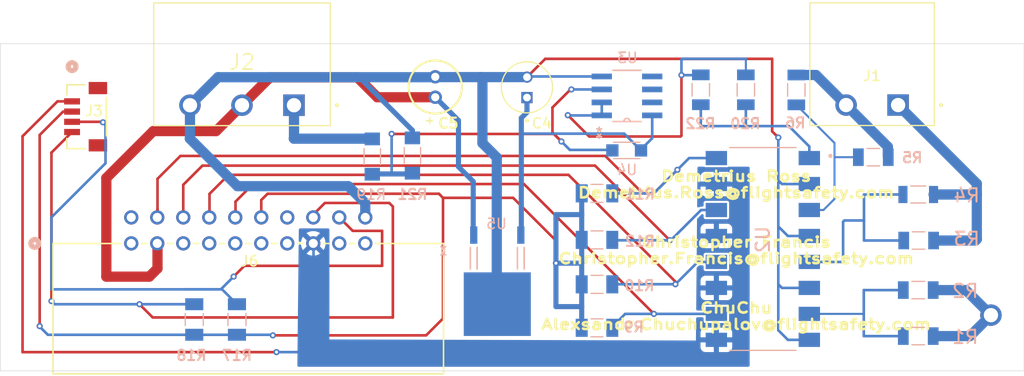
<source format=kicad_pcb>
(kicad_pcb (version 20241229) (generator "pcbnew") (generator_version "9.0")
  (layers (0 "F.Cu" signal) (2 "B.Cu" signal) (13 "F.Paste" user) (15 "B.Paste" user) (5 "F.SilkS" user "F.Silkscreen") (7 "B.SilkS" user "B.Silkscreen") (1 "F.Mask" user) (3 "B.Mask" user) (25 "Edge.Cuts" user))
  (net 0 "")
  (net 1 "sim_home_safe")
  (net 2 "-Vin")
  (net 3 "GPIO_22")
  (net 4 "+VIN-dc")
  (net 5 "+3.3V")
  (net 6 "/ramp_down_opto")
  (net 7 "spare_opto")
  (net 8 "ESP_GND2")
  (net 9 "GPIO_33")
  (net 10 "GPIO_21")
  (net 11 "/sim_home_opto")
  (net 12 "GPIO_26")
  (net 13 "VDD")
  (net 14 "GPIO_25")
  (net 15 "Net-(U3-1IN+)")
  (net 16 "ramp_up_opto")
  (net 17 "ramp_down")
  (net 18 "sim_home")
  (net 19 "ramp_up")
  (net 20 "GPIO_32")
  (net 21 "spare")
  (net 22 "+VIN")
  (net 23 "+VOUT_esp_signal")
  (net 24 "GPIO_ANAG_34")
  (net 26 "GPIO_ANAG_35")
  (net 27 "GPIO_13")
  (net 28 "GPIO_2")
  (net 29 "CLK")
  (net 30 "GPIO_27")
  (net 31 "GPIO_23")
  (footprint "footprints:20_pin_90" (layer "F.Cu") (at 111.0949 88.620851)
    (property "Reference" "J6" (at 11.5551 1.739149 0) (layer "F.SilkS"))
    (property "Value" "20_pin_90")
    (fp_line (start -7.6454 0.013) (end -7.6454 12.763799) (stroke (width 0.1524)) (layer "F.SilkS") (net 24576))
    (fp_line (start -7.6454 12.763799) (end 30.5054 12.763799) (stroke (width 0.1524)) (layer "F.SilkS") (net 24576))
    (fp_line (start -1.031158 0.013) (end -7.6454 0.013) (stroke (width 0.1524)) (layer "F.SilkS") (net 24576))
    (fp_line (start 1.508842 0.013) (end 1.031158 0.013) (stroke (width 0.1524)) (layer "F.SilkS") (net 24576))
    (fp_line (start 4.048842 0.013) (end 3.571158 0.013) (stroke (width 0.1524)) (layer "F.SilkS") (net 24576))
    (fp_line (start 6.588842 0.013) (end 6.111158 0.013) (stroke (width 0.1524)) (layer "F.SilkS") (net 24576))
    (fp_line (start 9.128842 0.013) (end 8.651158 0.013) (stroke (width 0.1524)) (layer "F.SilkS") (net 24576))
    (fp_line (start 11.668842 0.013) (end 11.191158 0.013) (stroke (width 0.1524)) (layer "F.SilkS") (net 24576))
    (fp_line (start 14.208842 0.013) (end 13.731158 0.013) (stroke (width 0.1524)) (layer "F.SilkS") (net 24576))
    (fp_line (start 16.748842 0.013) (end 16.271158 0.013) (stroke (width 0.1524)) (layer "F.SilkS") (net 24576))
    (fp_line (start 19.288842 0.013) (end 18.811158 0.013) (stroke (width 0.1524)) (layer "F.SilkS") (net 24576))
    (fp_line (start 21.828842 0.013) (end 21.351158 0.013) (stroke (width 0.1524)) (layer "F.SilkS") (net 24576))
    (fp_line (start 30.5054 0.013) (end 23.891158 0.013) (stroke (width 0.1524)) (layer "F.SilkS") (net 24576))
    (fp_line (start 30.5054 12.763799) (end 30.5054 0.013) (stroke (width 0.1524)) (layer "F.SilkS") (net 24576))
    (fp_circle (center -9.4234 0) (end -9.0424 0) (stroke (width 0.508)) (fill no) (layer "F.SilkS") (net 24576))
    (fp_circle (center -9.4234 0) (end -9.0424 0) (stroke (width 0.508)) (fill no) (layer "B.SilkS") (net 24576))
    (pad "" np_thru_hole circle (at -5.08 2.54) (size 2.794 2.794) (drill 2.794) (layers "*.Cu" "*.Mask"))
    (pad "" np_thru_hole circle (at 27.94 2.54) (size 2.794 2.794) (drill 2.794) (layers "*.Cu" "*.Mask"))
    (pad "A1" thru_hole circle (at 0 0) (size 1.397 1.397) (drill 0.889) (layers "*.Cu" "*.Mask") (net 22 "+VIN"))
    (pad "A2" thru_hole circle (at 2.54 0) (size 1.397 1.397) (drill 0.889) (layers "*.Cu" "*.Mask") (net 4 "+VIN-dc"))
    (pad "A3" thru_hole circle (at 5.08 0) (size 1.397 1.397) (drill 0.889) (layers "*.Cu" "*.Mask") (net 23 "+VOUT_esp_signal"))
    (pad "A4" thru_hole circle (at 7.62 0) (size 1.397 1.397) (drill 0.889) (layers "*.Cu" "*.Mask") (net 24 "GPIO_ANAG_34"))
    (pad "A5" thru_hole circle (at 10.16 0) (size 1.397 1.397) (drill 0.889) (layers "*.Cu" "*.Mask"))
    (pad "A6" thru_hole circle (at 12.7 0) (size 1.397 1.397) (drill 0.889) (layers "*.Cu" "*.Mask") (net 26 "GPIO_ANAG_35"))
    (pad "A7" thru_hole circle (at 15.24 0) (size 1.397 1.397) (drill 0.889) (layers "*.Cu" "*.Mask") (net 27 "GPIO_13"))
    (pad "A8" thru_hole circle (at 17.78 0) (size 1.397 1.397) (drill 0.889) (layers "*.Cu" "*.Mask") (net 8 "ESP_GND2"))
    (pad "A9" thru_hole circle (at 20.32 0) (size 1.397 1.397) (drill 0.889) (layers "*.Cu" "*.Mask") (net 28 "GPIO_2"))
    (pad "A10" thru_hole circle (at 22.86 0) (size 1.397 1.397) (drill 0.889) (layers "*.Cu" "*.Mask") (net 29 "CLK"))
    (pad "B1" thru_hole circle (at 0 -2.54) (size 1.397 1.397) (drill 0.889) (layers "*.Cu" "*.Mask") (net 30 "GPIO_27"))
    (pad "B2" thru_hole circle (at 2.54 -2.54) (size 1.397 1.397) (drill 0.889) (layers "*.Cu" "*.Mask") (net 12 "GPIO_26"))
    (pad "B3" thru_hole circle (at 5.08 -2.54) (size 1.397 1.397) (drill 0.889) (layers "*.Cu" "*.Mask") (net 14 "GPIO_25"))
    (pad "B4" thru_hole circle (at 7.62 -2.54) (size 1.397 1.397) (drill 0.889) (layers "*.Cu" "*.Mask") (net 9 "GPIO_33"))
    (pad "B5" thru_hole circle (at 10.16 -2.54) (size 1.397 1.397) (drill 0.889) (layers "*.Cu" "*.Mask") (net 20 "GPIO_32"))
    (pad "B6" thru_hole circle (at 12.7 -2.54) (size 1.397 1.397) (drill 0.889) (layers "*.Cu" "*.Mask") (net 5 "+3.3V"))
    (pad "B7" thru_hole circle (at 15.24 -2.54) (size 1.397 1.397) (drill 0.889) (layers "*.Cu" "*.Mask") (net 31 "GPIO_23"))
    (pad "B8" thru_hole circle (at 17.78 -2.54) (size 1.397 1.397) (drill 0.889) (layers "*.Cu" "*.Mask") (net 3 "GPIO_22"))
    (pad "B9" thru_hole circle (at 20.32 -2.54) (size 1.397 1.397) (drill 0.889) (layers "*.Cu" "*.Mask") (net 10 "GPIO_21"))
    (pad "B10" thru_hole circle (at 22.86 -2.54) (size 1.397 1.397) (drill 0.889) (layers "*.Cu" "*.Mask") (net 2 "-Vin"))
  )
  (footprint "" (layer "F.Cu") (at 193.8 73.59)
    (property "Reference" "" (at 0 0 0) (layer "F.SilkS") (effects (font (size 1.27 1.27))))
    (property "Value" "")
    (pad "" np_thru_hole circle (at 0 0) (size 2.794 2.794) (drill 2.794) (layers "*.Cu" "*.Mask"))
  )
  (footprint "" (layer "F.Cu") (at 195.07 95.64)
    (property "Reference" "" (at 0 0 0) (layer "F.SilkS") (effects (font (size 1.27 1.27))))
    (property "Value" "")
    (pad "03" thru_hole circle (at 0 0 180) (size 2.1 2.1) (drill 1.4) (layers "*.Cu" "*.Mask") (net 21 "spare"))
  )
  (footprint "footprints:WCAP-ATG5_5X11_DXL_" (layer "F.Cu") (at 140.79 73.3281 -90)
    (property "Reference" "C5" (at 3.5419 -1.28 180) (layer "F.SilkS") (effects (font (thickness 0.2) (bold yes))))
    (property "Value" "WCAP-ATG5_5X11")
    (fp_circle (center 0 0) (end 2.6 0) (stroke (width 0.2)) (fill no) (layer "F.SilkS") (net 24576))
    (fp_text user "+" (at 3.3 0.6 90) (layer "F.SilkS") (effects (font (size 0.8 0.8))))
    (pad "1" thru_hole circle (at 1 0 270) (size 1.308 1.308) (drill 0.8) (layers "*.Cu" "*.Mask") (net 4 "+VIN-dc"))
    (pad "2" thru_hole circle (at -1 0 270) (size 1.308 1.308) (drill 0.8) (layers "*.Cu" "*.Mask") (net 2 "-Vin"))
  )
  (footprint "footprints:CONN_BM04B-SRSS-TB_SPK" (layer "F.Cu") (at 106.736601 76.230001 -90)
    (property "Reference" "J3" (at -0.56 -0.73 0) (layer "F.SilkS"))
    (property "Value" "JST -SM")
    (fp_line (start -3.1242 1.9304) (end -2.13754 1.9304) (stroke (width 0.1524)) (layer "F.SilkS") (net 24576))
    (fp_line (start 2.13754 1.9304) (end 3.1242 1.9304) (stroke (width 0.1524)) (layer "F.SilkS") (net 24576))
    (fp_line (start 3.1242 1.9304) (end 3.1242 0.131041) (stroke (width 0.1524)) (layer "F.SilkS") (net 24576))
    (fp_line (start -3.1242 0.131041) (end -3.1242 1.9304) (stroke (width 0.1524)) (layer "F.SilkS") (net 24576))
    (fp_line (start 1.870359 -1.9304) (end -1.870359 -1.9304) (stroke (width 0.1524)) (layer "F.SilkS") (net 24576))
    (fp_circle (center -4.9022 1.4216) (end -4.5212 1.4216) (stroke (width 0.508)) (fill no) (layer "F.SilkS") (net 24576))
    (fp_circle (center -4.9022 1.4216) (end -4.5212 1.4216) (stroke (width 0.508)) (fill no) (layer "B.SilkS") (net 24576))
    (pad "1" smd rect (at -1.5 1.4216 270) (size 0.6096 1.5494) (layers "F.Cu" "F.Mask" "F.Paste") (net 8 "ESP_GND2"))
    (pad "2" smd rect (at -0.499999 1.4216 270) (size 0.6096 1.5494) (layers "F.Cu" "F.Mask" "F.Paste") (net 5 "+3.3V"))
    (pad "3" smd rect (at 0.499999 1.4216 270) (size 0.6096 1.5494) (layers "F.Cu" "F.Mask" "F.Paste") (net 10 "GPIO_21"))
    (pad "4" smd rect (at 1.5 1.4216 270) (size 0.6096 1.5494) (layers "F.Cu" "F.Mask" "F.Paste") (net 3 "GPIO_22"))
    (pad "5" smd rect (at -2.799999 -1.103399 270) (size 1.1938 1.8034) (layers "F.Cu" "F.Mask" "F.Paste"))
    (pad "6" smd rect (at 2.799999 -1.103399 270) (size 1.1938 1.8034) (layers "F.Cu" "F.Mask" "F.Paste"))
  )
  (footprint "footprints:PHOENIX_1757255" (layer "F.Cu") (at 130.5325 65.106 180)
    (property "Reference" "J2" (at 8.6125 -5.78 0) (layer "F.SilkS") (effects (font (size 1.5 1.5))))
    (property "Value" "jst-power")
    (fp_line (start 17.24 0) (end 0 0) (stroke (width 0.127)) (layer "F.SilkS") (net 24576))
    (fp_line (start 17.24 -12) (end 17.24 0) (stroke (width 0.127)) (layer "F.SilkS") (net 24576))
    (fp_line (start 17.24 -12) (end 0 -12) (stroke (width 0.127)) (layer "F.SilkS") (net 24576))
    (fp_line (start 0 0) (end 0 -12) (stroke (width 0.127)) (layer "F.SilkS") (net 24576))
    (fp_circle (center -0.65 -10) (end -0.55 -10) (stroke (width 0.2)) (fill no) (layer "F.SilkS") (net 24576))
    (pad "01" thru_hole rect (at 3.54 -10 180) (size 2.1 2.1) (drill 1.4) (layers "*.Cu" "*.Mask") (net 18 "sim_home"))
    (pad "02" thru_hole circle (at 8.62 -10 180) (size 2.1 2.1) (drill 1.4) (layers "*.Cu" "*.Mask") (net 4 "+VIN-dc"))
    (pad "03" thru_hole circle (at 13.7 -10 180) (size 2.1 2.1) (drill 1.4) (layers "*.Cu" "*.Mask") (net 2 "-Vin"))
  )
  (footprint "footprints:PHOENIX_1757242" (layer "F.Cu") (at 189.5425 65.09 180)
    (property "Reference" "J1" (at 6.09 -7.14 0) (layer "F.SilkS"))
    (property "Value" "1757242")
    (fp_line (start 12.16 0) (end 0 0) (stroke (width 0.127)) (layer "F.SilkS") (net 24576))
    (fp_line (start 12.16 -12) (end 12.16 0) (stroke (width 0.127)) (layer "F.SilkS") (net 24576))
    (fp_line (start 12.16 -12) (end 0 -12) (stroke (width 0.127)) (layer "F.SilkS") (net 24576))
    (fp_line (start 0 0) (end 0 -12) (stroke (width 0.127)) (layer "F.SilkS") (net 24576))
    (fp_circle (center -0.65 -10) (end -0.55 -10) (stroke (width 0.2)) (fill no) (layer "F.SilkS") (net 24576))
    (pad "01" thru_hole rect (at 3.54 -10 180) (size 2.1 2.1) (drill 1.4) (layers "*.Cu" "*.Mask") (net 19 "ramp_up"))
    (pad "02" thru_hole circle (at 8.62 -10 180) (size 2.1 2.1) (drill 1.4) (layers "*.Cu" "*.Mask") (net 17 "ramp_down"))
  )
  (footprint "footprints:CAPPRD200W50D500H1100" (layer "F.Cu") (at 149.75 73.3581 90)
    (property "Reference" "C4" (at -3.5119 1.45 180) (layer "F.SilkS"))
    (property "Value" "ECA1HM100")
    (fp_circle (center 0 0) (end 2.5 0) (stroke (width 0.127)) (fill no) (layer "F.SilkS") (net 24576))
    (fp_circle (center -3.25 0) (end -3.15 0) (stroke (width 0.2)) (fill no) (layer "F.SilkS") (net 24576))
    (pad "N" thru_hole circle (at 1 0 90) (size 1.1 1.1) (drill 0.75) (layers "*.Cu" "*.Mask") (net 2 "-Vin"))
    (pad "P" thru_hole rect (at -1 0 90) (size 1.1 1.1) (drill 0.75) (layers "*.Cu" "*.Mask") (net 13 "VDD"))
  )
  (footprint "footprints:RESC3216X75N" (layer "B.Cu") (at 156.59 83.7281 180)
    (property "Reference" "R11" (at -4.19 -0.0779 0) (layer "B.SilkS") (effects (font (thickness 0.2) (bold yes)) (justify mirror)))
    (property "Value" "CR1206-FX-1002ELF")
    (fp_line (start -0.59 0.88) (end 0.59 0.88) (stroke (width 0.127)) (layer "B.SilkS") (net 24576))
    (fp_line (start -0.59 -0.88) (end 0.59 -0.88) (stroke (width 0.127)) (layer "B.SilkS") (net 24576))
    (pad "1" smd rect (at -1.494 0 180) (size 1.17 1.77) (layers "B.Cu" "B.Mask" "B.Paste") (net 12 "GPIO_26"))
    (pad "2" smd rect (at 1.494 0 180) (size 1.17 1.77) (layers "B.Cu" "B.Mask" "B.Paste") (net 5 "+3.3V"))
  )
  (footprint "footprints:RESC3216X75N" (layer "B.Cu") (at 117.25 96.066 90)
    (property "Reference" "R18" (at -3.514 -0.27 180) (layer "B.SilkS") (effects (font (thickness 0.2) (bold yes)) (justify mirror)))
    (property "Value" "CR1206-FX-1002ELF")
    (fp_line (start -0.59 -0.88) (end 0.59 -0.88) (stroke (width 0.127)) (layer "B.SilkS") (net 24576))
    (fp_line (start -0.59 0.88) (end 0.59 0.88) (stroke (width 0.127)) (layer "B.SilkS") (net 24576))
    (pad "1" smd rect (at -1.494 0 90) (size 1.17 1.77) (layers "B.Cu" "B.Mask" "B.Paste") (net 5 "+3.3V"))
    (pad "2" smd rect (at 1.494 0 90) (size 1.17 1.77) (layers "B.Cu" "B.Mask" "B.Paste") (net 3 "GPIO_22"))
  )
  (footprint "footprints:RESC3115X65N" (layer "B.Cu") (at 188.01 88.34 180)
    (property "Reference" "R3" (at -4.69 0.16 0) (layer "B.SilkS") (effects (font (size 1.3 1.3) (thickness 0.2)) (justify mirror)))
    (property "Value" "CRGH1206J4K7")
    (fp_line (start -0.62 0.85) (end 0.62 0.85) (stroke (width 0.127)) (layer "B.SilkS") (net 24576))
    (fp_line (start -0.62 -0.85) (end 0.62 -0.85) (stroke (width 0.127)) (layer "B.SilkS") (net 24576))
    (pad "1" smd rect (at -1.46 0 180) (size 1.05 1.72) (layers "B.Cu" "B.Mask" "B.Paste") (net 19 "ramp_up"))
    (pad "2" smd rect (at 1.46 0 180) (size 1.05 1.72) (layers "B.Cu" "B.Mask" "B.Paste") (net 16 "ramp_up_opto"))
  )
  (footprint "footprints:TO252-3_ROM" (layer "B.Cu") (at 146.85 94.566)
    (property "Reference" "U5" (at -0.07 -7.856 0) (layer "B.SilkS") (effects (justify mirror)))
    (property "Value" "BA&")
    (fp_line (start -2.6302 -3.44424) (end -2.6302 -5.5499) (stroke (width 0.1524)) (layer "B.SilkS") (net 24576))
    (fp_line (start -1.9698 -3.44424) (end -1.9698 -5.5499) (stroke (width 0.1524)) (layer "B.SilkS") (net 24576))
    (fp_line (start 1.9698 -3.44424) (end 1.9698 -5.5499) (stroke (width 0.1524)) (layer "B.SilkS") (net 24576))
    (fp_line (start 2.6302 -3.44424) (end 2.6302 -5.5499) (stroke (width 0.1524)) (layer "B.SilkS") (net 24576))
    (fp_text user "*" (at -5.275001 -5.2264 0) (layer "B.SilkS") (effects (justify mirror)))
    (fp_text user "*" (at -5.275001 -5.2264 180) (layer "B.SilkS") (effects (justify mirror)))
    (pad "1" smd rect (at -2.300001 -6.7564) (size 0.7112 1.7018) (layers "B.Cu" "B.Mask" "B.Paste") (net 4 "+VIN-dc"))
    (pad "2" smd rect (at 0 0) (size 6.5532 6.223) (layers "B.Cu" "B.Mask" "B.Paste") (net 2 "-Vin"))
    (pad "3" smd rect (at 2.300001 -6.7564) (size 0.7112 1.7018) (layers "B.Cu" "B.Mask" "B.Paste") (net 13 "VDD"))
  )
  (footprint "footprints:RESC3115X65N" (layer "B.Cu") (at 176.06 73.61 -90)
    (property "Reference" "R6" (hide yes))
    (property "Value" "CRGH1206J4K7")
    (fp_line (start -0.62 0.85) (end 0.62 0.85) (stroke (width 0.127)) (layer "B.SilkS") (net 24576))
    (fp_line (start -0.62 -0.85) (end 0.62 -0.85) (stroke (width 0.127)) (layer "B.SilkS") (net 24576))
    (pad "1" smd rect (at -1.46 0 270) (size 1.05 1.72) (layers "B.Cu" "B.Mask" "B.Paste") (net 17 "ramp_down"))
    (pad "2" smd rect (at 1.46 0 270) (size 1.05 1.72) (layers "B.Cu" "B.Mask" "B.Paste") (net 6 "/ramp_down_opto"))
  )
  (footprint "footprints:RESC3216X75N" (layer "B.Cu") (at 156.59 88.2781 180)
    (property "Reference" "R12" (at -4.19 -0.1279 0) (layer "B.SilkS") (effects (font (thickness 0.2) (bold yes)) (justify mirror)))
    (property "Value" "CR1206-FX-1002ELF")
    (fp_line (start -0.59 0.88) (end 0.59 0.88) (stroke (width 0.127)) (layer "B.SilkS") (net 24576))
    (fp_line (start -0.59 -0.88) (end 0.59 -0.88) (stroke (width 0.127)) (layer "B.SilkS") (net 24576))
    (pad "1" smd rect (at -1.494 0 180) (size 1.17 1.77) (layers "B.Cu" "B.Mask" "B.Paste") (net 14 "GPIO_25"))
    (pad "2" smd rect (at 1.494 0 180) (size 1.17 1.77) (layers "B.Cu" "B.Mask" "B.Paste") (net 5 "+3.3V"))
  )
  (footprint "footprints:RESC3115X65N" (layer "B.Cu") (at 171.13 73.5981 -90)
    (property "Reference" "R20" (at 3.3079 0.05 180) (layer "B.SilkS") (effects (font (thickness 0.2) (bold yes)) (justify mirror)))
    (property "Value" "CRG1206F470R")
    (fp_line (start -0.62 0.85) (end 0.62 0.85) (stroke (width 0.127)) (layer "B.SilkS") (net 24576))
    (fp_line (start -0.62 -0.85) (end 0.62 -0.85) (stroke (width 0.127)) (layer "B.SilkS") (net 24576))
    (pad "1" smd rect (at -1.46 0 270) (size 1.05 1.72) (layers "B.Cu" "B.Mask" "B.Paste") (net 1 "sim_home_safe"))
    (pad "2" smd rect (at 1.46 0 270) (size 1.05 1.72) (layers "B.Cu" "B.Mask" "B.Paste") (net 11 "/sim_home_opto"))
  )
  (footprint "footprints:RESC3115X65N" (layer "B.Cu") (at 183.58 80.19 180)
    (property "Reference" "R5" (hide yes))
    (property "Value" "CRGH1206J4K7")
    (fp_line (start -0.62 0.85) (end 0.62 0.85) (stroke (width 0.127)) (layer "B.SilkS") (net 24576))
    (fp_line (start -0.62 -0.85) (end 0.62 -0.85) (stroke (width 0.127)) (layer "B.SilkS") (net 24576))
    (pad "1" smd rect (at -1.46 0 180) (size 1.05 1.72) (layers "B.Cu" "B.Mask" "B.Paste") (net 17 "ramp_down"))
    (pad "2" smd rect (at 1.46 0 180) (size 1.05 1.72) (layers "B.Cu" "B.Mask" "B.Paste") (net 6 "/ramp_down_opto"))
  )
  (footprint "footprints:RESC3115X65N" (layer "B.Cu") (at 187.97 93.19 180)
    (property "Reference" "R2" (at -4.59 -0.09 0) (layer "B.SilkS") (effects (font (size 1.3 1.3) (thickness 0.2)) (justify mirror)))
    (property "Value" "CRGH1206J4K7")
    (fp_line (start -0.62 0.85) (end 0.62 0.85) (stroke (width 0.127)) (layer "B.SilkS") (net 24576))
    (fp_line (start -0.62 -0.85) (end 0.62 -0.85) (stroke (width 0.127)) (layer "B.SilkS") (net 24576))
    (pad "1" smd rect (at -1.46 0 180) (size 1.05 1.72) (layers "B.Cu" "B.Mask" "B.Paste") (net 21 "spare"))
    (pad "2" smd rect (at 1.46 0 180) (size 1.05 1.72) (layers "B.Cu" "B.Mask" "B.Paste") (net 7 "spare_opto"))
  )
  (footprint "footprints:RESC3015X65N" (layer "B.Cu") (at 187.97 83.84 180)
    (property "Reference" "R4" (at -4.73 -0.09 0) (layer "B.SilkS") (effects (font (size 1.3 1.3) (thickness 0.2)) (justify mirror)))
    (property "Value" "CRGH1206J4K7")
    (fp_line (start -0.73 0.83) (end 0.73 0.83) (stroke (width 0.127)) (layer "B.SilkS") (net 24576))
    (fp_line (start -0.73 -0.83) (end 0.73 -0.83) (stroke (width 0.127)) (layer "B.SilkS") (net 24576))
    (pad "1" smd rect (at -1.495 0 180) (size 0.89 1.68) (layers "B.Cu" "B.Mask" "B.Paste") (net 19 "ramp_up"))
    (pad "2" smd rect (at 1.495 0 180) (size 0.89 1.68) (layers "B.Cu" "B.Mask" "B.Paste") (net 16 "ramp_up_opto"))
  )
  (footprint "footprints:RESC3115X65N" (layer "B.Cu") (at 187.97 97.69 180)
    (property "Reference" "R1" (at -4.59 -0.09 0) (layer "B.SilkS") (effects (font (size 1.3 1.3) (thickness 0.2)) (justify mirror)))
    (property "Value" "CRGH1206J4K7")
    (fp_line (start -0.62 0.85) (end 0.62 0.85) (stroke (width 0.127)) (layer "B.SilkS") (net 24576))
    (fp_line (start -0.62 -0.85) (end 0.62 -0.85) (stroke (width 0.127)) (layer "B.SilkS") (net 24576))
    (pad "1" smd rect (at -1.46 0 180) (size 1.05 1.72) (layers "B.Cu" "B.Mask" "B.Paste") (net 21 "spare"))
    (pad "2" smd rect (at 1.46 0 180) (size 1.05 1.72) (layers "B.Cu" "B.Mask" "B.Paste") (net 7 "spare_opto"))
  )
  (footprint "footprints:RESC3216X75N" (layer "B.Cu") (at 156.59 96.8781 180)
    (property "Reference" "R9" (at -3.59 0.0721 0) (layer "B.SilkS") (effects (font (thickness 0.2) (bold yes)) (justify mirror)))
    (property "Value" "CR1206-FX-1002ELF")
    (fp_line (start -0.59 0.88) (end 0.59 0.88) (stroke (width 0.127)) (layer "B.SilkS") (net 24576))
    (fp_line (start -0.59 -0.88) (end 0.59 -0.88) (stroke (width 0.127)) (layer "B.SilkS") (net 24576))
    (pad "1" smd rect (at -1.494 0 180) (size 1.17 1.77) (layers "B.Cu" "B.Mask" "B.Paste") (net 20 "GPIO_32"))
    (pad "2" smd rect (at 1.494 0 180) (size 1.17 1.77) (layers "B.Cu" "B.Mask" "B.Paste") (net 5 "+3.3V"))
  )
  (footprint "footprints:D8" (layer "B.Cu") (at 159.52 74.1981)
    (property "Reference" "U3" (at 0.04 -3.7281 0) (layer "B.SilkS") (effects (justify mirror)))
    (property "Value" "TLV272CDR")
    (fp_line (start -1.373653 -2.5019) (end 1.373653 -2.5019) (stroke (width 0.1524)) (layer "B.SilkS") (net 24576))
    (fp_line (start 1.373653 2.5019) (end -1.373653 2.5019) (stroke (width 0.1524)) (layer "B.SilkS") (net 24576))
    (fp_arc (start -0.3048 2.5019) (mid 0 2.1971) (end 0.3048 2.5019) (stroke (width 0.1524)) (layer "B.SilkS") (net 24576))
    (fp_text user "*" (at -2.7178 3.6068 0) (layer "B.SilkS") (effects (justify mirror)))
    (fp_text user "*" (at -2.7178 3.6068 180) (layer "B.SilkS") (effects (justify mirror)))
    (pad "1" smd rect (at -2.4638 1.905) (size 1.9812 0.5588) (layers "B.Cu" "B.Mask" "B.Paste") (net 1 "sim_home_safe"))
    (pad "2" smd rect (at -2.4638 0.635) (size 1.9812 0.5588) (layers "B.Cu" "B.Mask" "B.Paste") (net 1 "sim_home_safe"))
    (pad "3" smd rect (at -2.4638 -0.635) (size 1.9812 0.5588) (layers "B.Cu" "B.Mask" "B.Paste") (net 15 "Net-(U3-1IN+)"))
    (pad "4" smd rect (at -2.4638 -1.905) (size 1.9812 0.5588) (layers "B.Cu" "B.Mask" "B.Paste") (net 2 "-Vin"))
    (pad "5" smd rect (at 2.4638 -1.905) (size 1.9812 0.5588) (layers "B.Cu" "B.Mask" "B.Paste"))
    (pad "6" smd rect (at 2.4638 -0.635) (size 1.9812 0.5588) (layers "B.Cu" "B.Mask" "B.Paste"))
    (pad "7" smd rect (at 2.4638 0.635) (size 1.9812 0.5588) (layers "B.Cu" "B.Mask" "B.Paste"))
    (pad "8" smd rect (at 2.4638 1.905) (size 1.9812 0.5588) (layers "B.Cu" "B.Mask" "B.Paste") (net 13 "VDD"))
  )
  (footprint "footprints:SOIC254P1016X460-16N" (layer "B.Cu") (at 172.79 89.166 180)
    (property "Reference" "U2" (at 0 0.92085 90) (layer "B.SilkS") (effects (font (size 1.3 1.3) (thickness 0.2)) (justify mirror)))
    (property "Value" "LTV-846S")
    (fp_line (start 3.25 -9.92) (end -3.25 -9.92) (stroke (width 0.127)) (layer "B.SilkS") (net 24576))
    (fp_line (start -3.25 9.92) (end 3.25 9.92) (stroke (width 0.127)) (layer "B.SilkS") (net 24576))
    (fp_circle (center -6.6 9.1) (end -6.5 9.1) (stroke (width 0.2)) (fill no) (layer "B.SilkS") (net 24576))
    (pad "1" smd rect (at -4.54 8.89 180) (size 2.09 1.39) (layers "B.Cu" "B.Mask" "B.Paste") (net 11 "/sim_home_opto"))
    (pad "2" smd rect (at -4.54 6.35 180) (size 2.09 1.39) (layers "B.Cu" "B.Mask" "B.Paste") (net 2 "-Vin"))
    (pad "3" smd rect (at -4.54 3.81 180) (size 2.09 1.39) (layers "B.Cu" "B.Mask" "B.Paste") (net 6 "/ramp_down_opto"))
    (pad "4" smd rect (at -4.54 1.27 180) (size 2.09 1.39) (layers "B.Cu" "B.Mask" "B.Paste") (net 2 "-Vin"))
    (pad "5" smd rect (at -4.54 -1.27 180) (size 2.09 1.39) (layers "B.Cu" "B.Mask" "B.Paste") (net 16 "ramp_up_opto"))
    (pad "6" smd rect (at -4.54 -3.81 180) (size 2.09 1.39) (layers "B.Cu" "B.Mask" "B.Paste") (net 2 "-Vin"))
    (pad "7" smd rect (at -4.54 -6.35 180) (size 2.09 1.39) (layers "B.Cu" "B.Mask" "B.Paste") (net 7 "spare_opto"))
    (pad "8" smd rect (at -4.54 -8.89 180) (size 2.09 1.39) (layers "B.Cu" "B.Mask" "B.Paste") (net 2 "-Vin"))
    (pad "9" smd rect (at 4.54 -8.89 180) (size 2.09 1.39) (layers "B.Cu" "B.Mask" "B.Paste") (net 8 "ESP_GND2"))
    (pad "10" smd rect (at 4.54 -6.35 180) (size 2.09 1.39) (layers "B.Cu" "B.Mask" "B.Paste") (net 20 "GPIO_32"))
    (pad "11" smd rect (at 4.54 -3.81 180) (size 2.09 1.39) (layers "B.Cu" "B.Mask" "B.Paste") (net 8 "ESP_GND2"))
    (pad "12" smd rect (at 4.54 -1.27 180) (size 2.09 1.39) (layers "B.Cu" "B.Mask" "B.Paste") (net 9 "GPIO_33"))
    (pad "13" smd rect (at 4.54 1.27 180) (size 2.09 1.39) (layers "B.Cu" "B.Mask" "B.Paste") (net 8 "ESP_GND2"))
    (pad "14" smd rect (at 4.54 3.81 180) (size 2.09 1.39) (layers "B.Cu" "B.Mask" "B.Paste") (net 14 "GPIO_25"))
    (pad "15" smd rect (at 4.54 6.35 180) (size 2.09 1.39) (layers "B.Cu" "B.Mask" "B.Paste") (net 8 "ESP_GND2"))
    (pad "16" smd rect (at 4.54 8.89 180) (size 2.09 1.39) (layers "B.Cu" "B.Mask" "B.Paste") (net 12 "GPIO_26"))
  )
  (footprint "footprints:SOD123F" (layer "B.Cu") (at 159.49 79.5281 180)
    (property "Reference" "U4" (at -0.02 -1.9019 0) (layer "B.SilkS") (effects (justify mirror)))
    (property "Value" "BAT46W")
    (fp_line (start -1.3 0.8) (end 1.3 0.8) (stroke (width 0.127)) (layer "B.SilkS") (net 24576))
    (fp_line (start -1.3 -0.8) (end 1.3 -0.8) (stroke (width 0.127)) (layer "B.SilkS") (net 24576))
    (pad "1" smd rect (at -1.4 0 180) (size 1.2 1.2) (layers "B.Cu" "B.Mask") (net 13 "VDD"))
    (pad "2" smd rect (at 1.4 0 180) (size 1.2 1.2) (layers "B.Cu" "B.Mask") (net 15 "Net-(U3-1IN+)"))
  )
  (footprint "footprints:RES_ERJP08J334V" (layer "B.Cu") (at 138.56 80.0281 -90)
    (property "Reference" "R21" (at 3.8019 0 0) (layer "B.SilkS") (effects (font (thickness 0.2) (bold yes)) (justify mirror)))
    (property "Value" "ERJP08J334V")
    (fp_line (start -0.78 0.8) (end 0.78 0.8) (stroke (width 0.127)) (layer "B.SilkS") (net 24576))
    (fp_line (start -0.78 -0.8) (end 0.78 -0.8) (stroke (width 0.127)) (layer "B.SilkS") (net 24576))
    (pad "1" smd rect (at -1.725 0 270) (size 1.25 1.5) (layers "B.Cu" "B.Mask" "B.Paste") (net 2 "-Vin"))
    (pad "2" smd rect (at 1.725 0 270) (size 1.25 1.5) (layers "B.Cu" "B.Mask" "B.Paste") (net 15 "Net-(U3-1IN+)"))
  )
  (footprint "footprints:RESC3216X75N" (layer "B.Cu") (at 156.59 92.6281 180)
    (property "Reference" "R10" (at -4.14 -0.1279 0) (layer "B.SilkS") (effects (font (thickness 0.2) (bold yes)) (justify mirror)))
    (property "Value" "CR1206-FX-1002ELF")
    (fp_line (start -0.59 0.88) (end 0.59 0.88) (stroke (width 0.127)) (layer "B.SilkS") (net 24576))
    (fp_line (start -0.59 -0.88) (end 0.59 -0.88) (stroke (width 0.127)) (layer "B.SilkS") (net 24576))
    (pad "1" smd rect (at -1.494 0 180) (size 1.17 1.77) (layers "B.Cu" "B.Mask" "B.Paste") (net 9 "GPIO_33"))
    (pad "2" smd rect (at 1.494 0 180) (size 1.17 1.77) (layers "B.Cu" "B.Mask" "B.Paste") (net 5 "+3.3V"))
  )
  (footprint "footprints:RESC3216X75N" (layer "B.Cu") (at 121.42 96.066 90)
    (property "Reference" "R17" (at -3.514 0 180) (layer "B.SilkS") (effects (font (thickness 0.2) (bold yes)) (justify mirror)))
    (property "Value" "CR1206-FX-1002ELF")
    (fp_line (start -0.59 -0.88) (end 0.59 -0.88) (stroke (width 0.127)) (layer "B.SilkS") (net 24576))
    (fp_line (start -0.59 0.88) (end 0.59 0.88) (stroke (width 0.127)) (layer "B.SilkS") (net 24576))
    (pad "1" smd rect (at -1.494 0 90) (size 1.17 1.77) (layers "B.Cu" "B.Mask" "B.Paste") (net 5 "+3.3V"))
    (pad "2" smd rect (at 1.494 0 90) (size 1.17 1.77) (layers "B.Cu" "B.Mask" "B.Paste") (net 10 "GPIO_21"))
  )
  (footprint "footprints:RESC3115X65N" (layer "B.Cu") (at 166.73 73.5981 -90)
    (property "Reference" "R22" (at 3.3079 0.04 180) (layer "B.SilkS") (effects (font (thickness 0.2) (bold yes)) (justify mirror)))
    (property "Value" "CRG1206F470R")
    (fp_line (start -0.62 0.85) (end 0.62 0.85) (stroke (width 0.127)) (layer "B.SilkS") (net 24576))
    (fp_line (start -0.62 -0.85) (end 0.62 -0.85) (stroke (width 0.127)) (layer "B.SilkS") (net 24576))
    (pad "1" smd rect (at -1.46 0 270) (size 1.05 1.72) (layers "B.Cu" "B.Mask" "B.Paste") (net 1 "sim_home_safe"))
    (pad "2" smd rect (at 1.46 0 270) (size 1.05 1.72) (layers "B.Cu" "B.Mask" "B.Paste") (net 11 "/sim_home_opto"))
  )
  (footprint "footprints:RES_ERJP08J105V" (layer "B.Cu") (at 134.64 80.1281 90)
    (property "Reference" "R19" (at -3.7119 -0.11 180) (layer "B.SilkS") (effects (font (thickness 0.16) (bold yes)) (justify mirror)))
    (property "Value" "ERJP08J105V")
    (fp_line (start -0.78 -0.8) (end 0.78 -0.8) (stroke (width 0.127)) (layer "B.SilkS") (net 24576))
    (fp_line (start -0.78 0.8) (end 0.78 0.8) (stroke (width 0.127)) (layer "B.SilkS") (net 24576))
    (pad "1" smd rect (at -1.725 0 90) (size 1.25 1.5) (layers "B.Cu" "B.Mask" "B.Paste") (net 15 "Net-(U3-1IN+)"))
    (pad "2" smd rect (at 1.725 0 90) (size 1.25 1.5) (layers "B.Cu" "B.Mask" "B.Paste") (net 18 "sim_home"))
  )
  (gr_rect (start 98.3 69.09) (end 198.3 101.09) (stroke (width 0.05)) (fill no) (layer "Edge.Cuts"))
  (gr_text "Demetrius Ross\nDemetrius.Ross@flightsafety.com\n\n\nChristopher Francis\nChristopher.Francis@flightsafety.com\n\n\nChuChu\nAlexsandr.Chuchupalov@flightsafety.com" (at 170.19 89.3 0) (layer "F.SilkS") (effects (font (size 1 1.25) (thickness 0.25) (bold yes))))
  (gr_text "R5\n" (at 187.38 80.24 0) (layer "B.SilkS") (effects (font (size 1 1) (thickness 0.2)) (justify mirror)))
  (gr_text "R6\n" (at 175.96 76.84 0) (layer "B.SilkS") (effects (font (size 1 1) (thickness 0.2)) (justify mirror)))
  (segment (start 164.84 72.166) (end 164.84 78.0781) (width 0.254) (layer "F.Cu") (net 1))
  (segment (start 155.8279 78.166) (end 153.74 76.0781) (width 0.254) (layer "F.Cu") (net 1))
  (segment (start 164.7521 78.166) (end 155.8279 78.166) (width 0.254) (layer "F.Cu") (net 1))
  (segment (start 164.84 78.0781) (end 164.7521 78.166) (width 0.254) (layer "F.Cu") (net 1))
  (via (at 164.84 72.166) (size 0.6) (drill 0.3) (layers "F.Cu" "B.Cu") (net 1))
  (via (at 153.74 76.0781) (size 0.6) (drill 0.3) (layers "F.Cu" "B.Cu") (net 1))
  (segment (start 164.84 72.166) (end 164.84 70.646) (width 0.254) (layer "B.Cu") (net 1))
  (segment (start 171.13 72.1381) (end 171.13 70.57) (width 0.2) (layer "B.Cu") (net 1))
  (segment (start 157.0562 76.1031) (end 153.765 76.1031) (width 0.254) (layer "B.Cu") (net 1))
  (segment (start 164.84 70.646) (end 164.916 70.57) (width 0.254) (layer "B.Cu") (net 1))
  (segment (start 166.7021 72.166) (end 166.73 72.1381) (width 0.254) (layer "B.Cu") (net 1))
  (segment (start 153.765 76.1031) (end 153.74 76.0781) (width 0.254) (layer "B.Cu") (net 1))
  (segment (start 164.84 72.166) (end 166.7021 72.166) (width 0.254) (layer "B.Cu") (net 1))
  (segment (start 164.916 70.57) (end 171.13 70.57) (width 0.254) (layer "B.Cu") (net 1))
  (segment (start 157.0562 76.1031) (end 157.0562 74.8331) (width 0.254) (layer "B.Cu") (net 1))
  (segment (start 173.7 77.666) (end 174.3 78.266) (width 0.254) (layer "F.Cu") (net 2))
  (segment (start 149.75 72.3581) (end 151.5381 70.57) (width 0.254) (layer "F.Cu") (net 2))
  (segment (start 151.5381 70.57) (end 173.7 70.57) (width 0.254) (layer "F.Cu") (net 2))
  (segment (start 173.7 70.57) (end 173.7 77.666) (width 0.254) (layer "F.Cu") (net 2))
  (via (at 174.3 78.266) (size 0.6) (drill 0.3) (layers "F.Cu" "B.Cu") (net 2))
  (segment (start 133.9549 84.6809) (end 133.9549 85.7509) (width 1) (layer "B.Cu") (net 2))
  (segment (start 140.8 72.3281) (end 140.83 72.3581) (width 0.254) (layer "B.Cu") (net 2))
  (segment (start 157.0562 72.2931) (end 149.815 72.2931) (width 0.254) (layer "B.Cu") (net 2))
  (segment (start 116.8225 78.3781) (end 121.4704 83.026) (width 1) (layer "B.Cu") (net 2))
  (segment (start 145.4 72.5381) (end 145.22 72.3581) (width 1) (layer "B.Cu") (net 2))
  (segment (start 174.65 82.816) (end 177.33 82.816) (width 0.254) (layer "B.Cu") (net 2))
  (segment (start 121.4704 83.026) (end 132.3 83.026) (width 1) (layer "B.Cu") (net 2))
  (segment (start 175.24 98.056) (end 177.33 98.056) (width 0.254) (layer "B.Cu") (net 2))
  (segment (start 145.36 72.4981) (end 145.22 72.3581) (width 0.254) (layer "B.Cu") (net 2))
  (segment (start 174.3 78.266) (end 174.3 82.466) (width 0.254) (layer "B.Cu") (net 2))
  (segment (start 140.79 72.3281) (end 140.7521 72.366) (width 1) (layer "B.Cu") (net 2))
  (segment (start 174.66 92.976) (end 177.33 92.976) (width 0.254) (layer "B.Cu") (net 2))
  (segment (start 149.815 72.2931) (end 149.75 72.3581) (width 0.254) (layer "B.Cu") (net 2))
  (segment (start 140.79 72.3281) (end 140.8 72.3281) (width 0.254) (layer "B.Cu") (net 2))
  (segment (start 174.3 82.466) (end 174.65 82.816) (width 0.254) (layer "B.Cu") (net 2))
  (segment (start 119.5725 72.366) (end 116.8325 75.106) (width 1) (layer "B.Cu") (net 2))
  (segment (start 138.56 77.5681) (end 133.34 72.3481) (width 0.5) (layer "B.Cu") (net 2))
  (segment (start 175.23 87.896) (end 177.33 87.896) (width 0.254) (layer "B.Cu") (net 2))
  (segment (start 116.8325 75.106) (end 116.8325 78.3681) (width 1) (layer "B.Cu") (net 2))
  (segment (start 145.4 78.816) (end 145.4 72.5381) (width 1) (layer "B.Cu") (net 2))
  (segment (start 138.56 78.3031) (end 138.56 77.5681) (width 0.5) (layer "B.Cu") (net 2))
  (segment (start 174.3 86.966) (end 174.3 92.616) (width 0.254) (layer "B.Cu") (net 2))
  (segment (start 146.85 94.566) (end 146.8 94.516) (width 1) (layer "B.Cu") (net 2))
  (segment (start 174.3 86.966) (end 175.23 87.896) (width 0.254) (layer "B.Cu") (net 2))
  (segment (start 145.22 72.3581) (end 149.75 72.3581) (width 1) (layer "B.Cu") (net 2))
  (segment (start 138.56 78.0031) (end 138.56 78.3031) (width 0.5) (layer "B.Cu") (net 2))
  (segment (start 133.9549 85.7509) (end 133.98 85.776) (width 1) (layer "B.Cu") (net 2))
  (segment (start 146.8 80.216) (end 145.4 78.816) (width 1) (layer "B.Cu") (net 2))
  (segment (start 140.83 72.3581) (end 145.22 72.3581) (width 1) (layer "B.Cu") (net 2))
  (segment (start 174.3 97.116) (end 175.24 98.056) (width 0.254) (layer "B.Cu") (net 2))
  (segment (start 174.3 92.616) (end 174.3 97.116) (width 0.254) (layer "B.Cu") (net 2))
  (segment (start 132.3 83.026) (end 133.9549 84.6809) (width 1) (layer "B.Cu") (net 2))
  (segment (start 174.3 92.616) (end 174.66 92.976) (width 0.254) (layer "B.Cu") (net 2))
  (segment (start 140.7521 72.366) (end 119.5725 72.366) (width 1) (layer "B.Cu") (net 2))
  (segment (start 174.3 82.466) (end 174.3 86.966) (width 0.254) (layer "B.Cu") (net 2))
  (segment (start 116.8325 78.3681) (end 116.8225 78.3781) (width 1) (layer "B.Cu") (net 2))
  (segment (start 146.8 94.516) (end 146.8 80.216) (width 1) (layer "B.Cu") (net 2))
  (segment (start 111.9 94.572) (end 113.194 95.866) (width 0.254) (layer "F.Cu") (net 3))
  (segment (start 136.65 95.866) (end 136.65 85.016) (width 0.254) (layer "F.Cu") (net 3))
  (segment (start 136.3 84.666) (end 130.01 84.666) (width 0.254) (layer "F.Cu") (net 3))
  (segment (start 136.65 85.016) (end 136.3 84.666) (width 0.254) (layer "F.Cu") (net 3))
  (segment (start 113.194 95.866) (end 136.65 95.866) (width 0.254) (layer "F.Cu") (net 3))
  (segment (start 128.8749 85.8011) (end 128.8749 86.080851) (width 0.254) (layer "F.Cu") (net 3))
  (segment (start 130.01 84.666) (end 128.8749 85.8011) (width 0.254) (layer "F.Cu") (net 3))
  (segment (start 103.3 79.745002) (end 105.315001 77.730001) (width 0.254) (layer "F.Cu") (net 3))
  (segment (start 103.3 94.266) (end 103.3 79.745002) (width 0.254) (layer "F.Cu") (net 3))
  (via (at 111.9 94.572) (size 0.6) (drill 0.3) (layers "F.Cu" "B.Cu") (net 3))
  (via (at 103.3 94.266) (size 0.6) (drill 0.3) (layers "F.Cu" "B.Cu") (net 3))
  (segment (start 103.606 94.572) (end 111.9 94.572) (width 0.254) (layer "B.Cu") (net 3))
  (segment (start 103.3 94.266) (end 103.606 94.572) (width 0.254) (layer "B.Cu") (net 3))
  (segment (start 117.25 94.572) (end 111.9 94.572) (width 0.254) (layer "B.Cu") (net 3))
  (segment (start 113.25 77.636) (end 108.66 82.226) (width 1) (layer "F.Cu") (net 4))
  (segment (start 113.66 88.645951) (end 113.6349 88.620851) (width 1) (layer "F.Cu") (net 4))
  (segment (start 121.9125 75.106) (end 119.3825 77.636) (width 1) (layer "F.Cu") (net 4))
  (segment (start 119.3825 77.636) (end 113.25 77.636) (width 1) (layer "F.Cu") (net 4))
  (segment (start 133.19 72.386) (end 135.1321 74.3281) (width 1) (layer "F.Cu") (net 4))
  (segment (start 108.66 82.226) (end 108.66 91.876) (width 1) (layer "F.Cu") (net 4))
  (segment (start 108.66 91.876) (end 112.86 91.876) (width 1) (layer "F.Cu") (net 4))
  (segment (start 124.6325 72.386) (end 133.19 72.386) (width 1) (layer "F.Cu") (net 4))
  (segment (start 135.1321 74.3281) (end 140.79 74.3281) (width 1) (layer "F.Cu") (net 4))
  (segment (start 121.9125 75.106) (end 124.6325 72.386) (width 1) (layer "F.Cu") (net 4))
  (segment (start 112.86 91.876) (end 113.66 91.076) (width 1) (layer "F.Cu") (net 4))
  (segment (start 113.66 91.076) (end 113.66 88.645951) (width 1) (layer "F.Cu") (net 4))
  (segment (start 144.499999 82.565999) (end 144.499999 87.7596) (width 0.5) (layer "B.Cu") (net 4))
  (segment (start 143.059999 81.125999) (end 144.499999 82.565999) (width 0.5) (layer "B.Cu") (net 4))
  (segment (start 140.79 74.3281) (end 143.059999 76.598099) (width 0.5) (layer "B.Cu") (net 4))
  (segment (start 144.499999 87.7596) (end 144.549999 87.8096) (width 0.5) (layer "B.Cu") (net 4))
  (segment (start 143.059999 76.598099) (end 143.059999 81.125999) (width 0.5) (layer "B.Cu") (net 4))
  (segment (start 141.55 84.166) (end 141.15 83.766) (width 0.254) (layer "F.Cu") (net 5))
  (segment (start 141.55 95.966) (end 141.55 84.166) (width 0.254) (layer "F.Cu") (net 5))
  (segment (start 123.7949 85.8011) (end 123.82 85.776) (width 0.254) (layer "F.Cu") (net 5))
  (segment (start 152.58 88.346) (end 148.4 84.166) (width 0.254) (layer "F.Cu") (net 5))
  (segment (start 124.93 97.616) (end 139.9 97.616) (width 0.254) (layer "F.Cu") (net 5))
  (segment (start 148.4 84.166) (end 141.55 84.166) (width 0.254) (layer "F.Cu") (net 5))
  (segment (start 123.7949 86.080851) (end 123.7949 85.8011) (width 0.254) (layer "F.Cu") (net 5))
  (segment (start 102.15 96.716) (end 102.15 78.016602) (width 0.254) (layer "F.Cu") (net 5))
  (segment (start 141.15 83.766) (end 124.41 83.766) (width 0.254) (layer "F.Cu") (net 5))
  (segment (start 152.58 90.556) (end 152.58 88.346) (width 0.254) (layer "F.Cu") (net 5))
  (segment (start 124.41 83.766) (end 123.7949 84.3811) (width 0.254) (layer "F.Cu") (net 5))
  (segment (start 102.15 78.016602) (end 104.4366 75.730002) (width 0.254) (layer "F.Cu") (net 5))
  (segment (start 123.7949 84.3811) (end 123.7949 86.080851) (width 0.254) (layer "F.Cu") (net 5))
  (segment (start 139.9 97.616) (end 141.55 95.966) (width 0.254) (layer "F.Cu") (net 5))
  (segment (start 104.4366 75.730002) (end 105.315001 75.730002) (width 0.254) (layer "F.Cu") (net 5))
  (via (at 102.15 96.716) (size 0.6) (drill 0.3) (layers "F.Cu" "B.Cu") (net 5))
  (via (at 152.58 90.556) (size 0.6) (drill 0.3) (layers "F.Cu" "B.Cu") (net 5))
  (via (at 124.93 97.616) (size 0.6) (drill 0.3) (layers "F.Cu" "B.Cu") (net 5))
  (segment (start 152.58 85.806) (end 155.096 85.806) (width 0.5) (layer "B.Cu") (net 5))
  (segment (start 155.096 88.2781) (end 155.096 85.806) (width 0.5) (layer "B.Cu") (net 5))
  (segment (start 152.58 90.556) (end 152.58 85.806) (width 0.5) (layer "B.Cu") (net 5))
  (segment (start 155.096 96.8781) (end 155.096 94.806) (width 0.5) (layer "B.Cu") (net 5))
  (segment (start 102.15 96.766) (end 102.15 96.716) (width 0.254) (layer "B.Cu") (net 5))
  (segment (start 117.25 97.56) (end 102.944 97.56) (width 0.254) (layer "B.Cu") (net 5))
  (segment (start 155.096 85.806) (end 155.096 83.7281) (width 0.5) (layer "B.Cu") (net 5))
  (segment (start 102.944 97.56) (end 102.5 97.116) (width 0.254) (layer "B.Cu") (net 5))
  (segment (start 152.58 90.556) (end 155.096 90.556) (width 0.5) (layer "B.Cu") (net 5))
  (segment (start 124.93 97.616) (end 124.874 97.56) (width 0.254) (layer "B.Cu") (net 5))
  (segment (start 102.5 97.116) (end 102.15 96.766) (width 0.254) (layer "B.Cu") (net 5))
  (segment (start 155.096 94.806) (end 155.096 92.6281) (width 0.5) (layer "B.Cu") (net 5))
  (segment (start 152.58 94.806) (end 155.096 94.806) (width 0.5) (layer "B.Cu") (net 5))
  (segment (start 155.096 90.556) (end 155.096 88.2781) (width 0.5) (layer "B.Cu") (net 5))
  (segment (start 152.58 90.556) (end 152.58 94.806) (width 0.5) (layer "B.Cu") (net 5))
  (segment (start 155.096 92.6281) (end 155.096 90.556) (width 0.5) (layer "B.Cu") (net 5))
  (segment (start 124.874 97.56) (end 121.42 97.56) (width 0.254) (layer "B.Cu") (net 5))
  (segment (start 121.42 97.56) (end 117.25 97.56) (width 0.254) (layer "B.Cu") (net 5))
  (segment (start 176.06 75.07) (end 179.79 78.8) (width 0.2) (layer "B.Cu") (net 6))
  (segment (start 179.79 84.276) (end 178.71 85.356) (width 0.2) (layer "B.Cu") (net 6))
  (segment (start 182.12 80.19) (end 179.91 80.19) (width 0.2) (layer "B.Cu") (net 6))
  (segment (start 178.71 85.356) (end 177.33 85.356) (width 0.2) (layer "B.Cu") (net 6))
  (segment (start 179.79 78.8) (end 179.79 84.276) (width 0.2) (layer "B.Cu") (net 6))
  (segment (start 182.636 95.516) (end 182.65 95.53) (width 0.2) (layer "B.Cu") (net 7))
  (segment (start 186.51 93.19) (end 182.65 93.19) (width 0.254) (layer "B.Cu") (net 7))
  (segment (start 177.33 95.516) (end 182.636 95.516) (width 0.2) (layer "B.Cu") (net 7))
  (segment (start 182.65 97.69) (end 182.65 95.53) (width 0.254) (layer "B.Cu") (net 7))
  (segment (start 186.51 97.69) (end 182.65 97.69) (width 0.254) (layer "B.Cu") (net 7))
  (segment (start 182.65 93.19) (end 182.65 95.53) (width 0.254) (layer "B.Cu") (net 7))
  (segment (start 125.28 99.256) (end 100.478 99.256) (width 0.254) (layer "F.Cu") (net 8))
  (segment (start 100.478 99.256) (end 100.478 78.138602) (width 0.254) (layer "F.Cu") (net 8))
  (segment (start 100.593301 78.023301) (end 103.886601 74.730001) (width 0.254) (layer "F.Cu") (net 8))
  (segment (start 100.478 78.138602) (end 100.593301 78.023301) (width 0.254) (layer "F.Cu") (net 8))
  (segment (start 103.886601 74.730001) (end 105.315001 74.730001) (width 0.254) (layer "F.Cu") (net 8))
  (via (at 125.28 99.256) (size 0.6) (drill 0.3) (layers "F.Cu" "B.Cu") (net 8))
  (segment (start 128.9 97.716) (end 128.9 88.316) (width 0.254) (layer "B.Cu") (net 8))
  (segment (start 127.36 99.256) (end 128.9 97.716) (width 0.254) (layer "B.Cu") (net 8))
  (segment (start 125.28 99.256) (end 127.36 99.256) (width 0.254) (layer "B.Cu") (net 8))
  (segment (start 164.25 92.366) (end 153.8 81.916) (width 0.254) (layer "F.Cu") (net 9))
  (segment (start 120.6 81.916) (end 118.74 83.776) (width 0.254) (layer "F.Cu") (net 9))
  (segment (start 164.25 92.616) (end 164.25 92.366) (width 0.254) (layer "F.Cu") (net 9))
  (segment (start 153.8 81.916) (end 120.6 81.916) (width 0.254) (layer "F.Cu") (net 9))
  (segment (start 118.74 86.055751) (end 118.7149 86.080851) (width 0.254) (layer "F.Cu") (net 9))
  (segment (start 118.74 83.776) (end 118.74 86.055751) (width 0.254) (layer "F.Cu") (net 9))
  (via (at 164.25 92.616) (size 0.6) (drill 0.3) (layers "F.Cu" "B.Cu") (net 9))
  (segment (start 158.1461 92.616) (end 158.134 92.6281) (width 0.254) (layer "B.Cu") (net 9))
  (segment (start 164.25 92.616) (end 158.1461 92.616) (width 0.254) (layer "B.Cu") (net 9))
  (segment (start 166.43 90.436) (end 164.25 92.616) (width 0.254) (layer "B.Cu") (net 9))
  (segment (start 168.25 90.436) (end 166.43 90.436) (width 0.254) (layer "B.Cu") (net 9))
  (segment (start 108.2866 76.73) (end 108.336601 76.780001) (width 0.254) (layer "F.Cu") (net 10))
  (segment (start 122.15 90.816) (end 135.6 90.816) (width 0.254) (layer "F.Cu") (net 10))
  (segment (start 121.1 91.866) (end 122.15 90.816) (width 0.254) (layer "F.Cu") (net 10))
  (segment (start 135.6 87.396) (end 132.730049 87.396) (width 0.254) (layer "F.Cu") (net 10))
  (segment (start 132.730049 87.396) (end 131.4149 86.080851) (width 0.254) (layer "F.Cu") (net 10))
  (segment (start 135.6 90.816) (end 135.6 87.396) (width 0.254) (layer "F.Cu") (net 10))
  (segment (start 105.315001 76.73) (end 108.2866 76.73) (width 0.254) (layer "F.Cu") (net 10))
  (via (at 121.1 91.866) (size 0.6) (drill 0.3) (layers "F.Cu" "B.Cu") (net 10))
  (via (at 108.336601 76.780001) (size 0.6) (drill 0.3) (layers "F.Cu" "B.Cu") (net 10))
  (segment (start 116.3 93.116) (end 119.964 93.116) (width 0.254) (layer "B.Cu") (net 10))
  (segment (start 108.581 80.785) (end 108.581 77.0244) (width 0.254) (layer "B.Cu") (net 10))
  (segment (start 119.85 93.116) (end 121.1 91.866) (width 0.254) (layer "B.Cu") (net 10))
  (segment (start 108.581 77.0244) (end 108.336601 76.780001) (width 0.254) (layer "B.Cu") (net 10))
  (segment (start 116.3 93.116) (end 103.3 93.116) (width 0.254) (layer "B.Cu") (net 10))
  (segment (start 116.3 93.116) (end 119.85 93.116) (width 0.254) (layer "B.Cu") (net 10))
  (segment (start 103.3 86.066) (end 108.581 80.785) (width 0.254) (layer "B.Cu") (net 10))
  (segment (start 119.964 93.116) (end 121.42 94.572) (width 0.254) (layer "B.Cu") (net 10))
  (segment (start 103.3 93.116) (end 103.3 86.066) (width 0.254) (layer "B.Cu") (net 10))
  (segment (start 171.14 77.1481) (end 175.3321 77.1481) (width 0.254) (layer "B.Cu") (net 11))
  (segment (start 166.73 75.0581) (end 166.73 77.1481) (width 0.254) (layer "B.Cu") (net 11))
  (segment (start 170.02 77.1481) (end 171.14 77.1481) (width 0.254) (layer "B.Cu") (net 11))
  (segment (start 171.13 75.0581) (end 171.13 77.1381) (width 0.254) (layer "B.Cu") (net 11))
  (segment (start 171.13 77.1381) (end 171.14 77.1481) (width 0.254) (layer "B.Cu") (net 11))
  (segment (start 177.33 79.146) (end 177.33 80.276) (width 0.254) (layer "B.Cu") (net 11))
  (segment (start 175.3321 77.1481) (end 177.33 79.146) (width 0.254) (layer "B.Cu") (net 11))
  (segment (start 166.73 77.1481) (end 170.02 77.1481) (width 0.254) (layer "B.Cu") (net 11))
  (segment (start 161.0621 83.7281) (end 157.4 80.066) (width 0.254) (layer "F.Cu") (net 12))
  (segment (start 115.9 80.066) (end 113.66 82.306) (width 0.254) (layer "F.Cu") (net 12))
  (segment (start 157.4 80.066) (end 115.9 80.066) (width 0.254) (layer "F.Cu") (net 12))
  (segment (start 162.1379 83.7281) (end 161.0621 83.7281) (width 0.254) (layer "F.Cu") (net 12))
  (segment (start 113.66 82.306) (end 113.66 85.27) (width 0.254) (layer "F.Cu") (net 12))
  (segment (start 113.6349 86.080851) (end 113.6349 85.2951) (width 0.2) (layer "F.Cu") (net 12))
  (segment (start 113.6349 85.2951) (end 113.66 85.27) (width 0.2) (layer "F.Cu") (net 12))
  (segment (start 164.445 81.421) (end 162.1379 83.7281) (width 0.254) (layer "F.Cu") (net 12))
  (segment (start 113.66 85.27) (end 113.66 85.776) (width 0.254) (layer "F.Cu") (net 12))
  (via (at 164.445 81.421) (size 0.6) (drill 0.3) (layers "F.Cu" "B.Cu") (net 12))
  (segment (start 162.1379 83.7281) (end 158.084 83.7281) (width 0.254) (layer "B.Cu") (net 12))
  (segment (start 164.445 81.421) (end 165.59 80.276) (width 0.254) (layer "B.Cu") (net 12))
  (segment (start 165.59 80.276) (end 168.25 80.276) (width 0.254) (layer "B.Cu") (net 12))
  (segment (start 164.445 81.421) (end 162.1379 83.7281) (width 0.254) (layer "B.Cu") (net 12))
  (segment (start 149.2 87.759601) (end 149.150001 87.8096) (width 0.5) (layer "B.Cu") (net 13))
  (segment (start 149.2 77.8896) (end 149.2 76.349601) (width 0.5) (layer "B.Cu") (net 13))
  (segment (start 160.89 79.5281) (end 160.89 79.4281) (width 0.254) (layer "B.Cu") (net 13))
  (segment (start 159.2515 77.8896) (end 160.89 79.5281) (width 0.254) (layer "B.Cu") (net 13))
  (segment (start 149.2 77.8896) (end 149.2 87.759601) (width 0.5) (layer "B.Cu") (net 13))
  (segment (start 149.2 76.349601) (end 149.75 75.799601) (width 0.5) (layer "B.Cu") (net 13))
  (segment (start 149.2 77.8896) (end 159.2515 77.8896) (width 0.254) (layer "B.Cu") (net 13))
  (segment (start 160.89 79.4281) (end 161.9838 78.3343) (width 0.254) (layer "B.Cu") (net 13))
  (segment (start 149.75 75.799601) (end 149.75 74.3581) (width 0.5) (layer "B.Cu") (net 13))
  (segment (start 161.9838 78.3343) (end 161.9838 76.1031) (width 0.254) (layer "B.Cu") (net 13))
  (segment (start 116.1749 86.080851) (end 116.1749 85.56) (width 0.2) (layer "F.Cu") (net 14))
  (segment (start 116.1749 82.8911) (end 116.1749 85.56) (width 0.254) (layer "F.Cu") (net 14))
  (segment (start 156.4 81.016) (end 118.05 81.016) (width 0.254) (layer "F.Cu") (net 14))
  (segment (start 163.7 88.316) (end 156.4 81.016) (width 0.254) (layer "F.Cu") (net 14))
  (segment (start 116.1749 85.7509) (end 116.2 85.776) (width 0.254) (layer "F.Cu") (net 14))
  (segment (start 116.1749 85.56) (end 116.1749 85.7509) (width 0.254) (layer "F.Cu") (net 14))
  (segment (start 118.05 81.016) (end 116.1749 82.8911) (width 0.254) (layer "F.Cu") (net 14))
  (via (at 163.7 88.316) (size 0.6) (drill 0.3) (layers "F.Cu" "B.Cu") (net 14))
  (segment (start 163.8 88.316) (end 158.1219 88.316) (width 0.254) (layer "B.Cu") (net 14))
  (segment (start 158.1219 88.316) (end 158.084 88.2781) (width 0.254) (layer "B.Cu") (net 14))
  (segment (start 168.25 85.356) (end 166.76 85.356) (width 0.254) (layer "B.Cu") (net 14))
  (segment (start 166.76 85.356) (end 163.8 88.316) (width 0.254) (layer "B.Cu") (net 14))
  (segment (start 153.11395 78.65205) (end 152.3779 77.916) (width 0.254) (layer "F.Cu") (net 15))
  (segment (start 136.56 77.936) (end 136.53 77.906) (width 0.254) (layer "F.Cu") (net 15))
  (segment (start 154.005 73.5631) (end 154.09 73.5631) (width 0.254) (layer "F.Cu") (net 15))
  (segment (start 152.24 77.7781) (end 152.24 75.3281) (width 0.254) (layer "F.Cu") (net 15))
  (segment (start 136.56 77.916) (end 136.56 77.936) (width 0.254) (layer "F.Cu") (net 15))
  (segment (start 153.11395 78.65205) (end 152.24 77.7781) (width 0.254) (layer "F.Cu") (net 15))
  (segment (start 152.24 75.3281) (end 154.005 73.5631) (width 0.254) (layer "F.Cu") (net 15))
  (segment (start 152.3779 77.916) (end 136.56 77.916) (width 0.254) (layer "F.Cu") (net 15))
  (via (at 154.09 73.5631) (size 0.6) (drill 0.3) (layers "F.Cu" "B.Cu") (net 15))
  (via (at 153.11395 78.65205) (size 0.6) (drill 0.3) (layers "F.Cu" "B.Cu") (net 15))
  (via (at 136.53 77.906) (size 0.6) (drill 0.3) (layers "F.Cu" "B.Cu") (net 15))
  (segment (start 158.04 79.4781) (end 158.09 79.5281) (width 0.254) (layer "B.Cu") (net 15))
  (segment (start 153.11395 78.65205) (end 153.94 79.4781) (width 0.254) (layer "B.Cu") (net 15))
  (segment (start 138.56 81.7531) (end 138.485 81.8281) (width 0.5) (layer "B.Cu") (net 15))
  (segment (start 136.53 77.906) (end 136.53 81.8381) (width 0.254) (layer "B.Cu") (net 15))
  (segment (start 154.09 73.5631) (end 157.0562 73.5631) (width 0.254) (layer "B.Cu") (net 15))
  (segment (start 138.56 81.7531) (end 138.56 81.4531) (width 0.254) (layer "B.Cu") (net 15))
  (segment (start 136.53 77.906) (end 136.5 77.936) (width 0.254) (layer "B.Cu") (net 15))
  (segment (start 138.485 81.8281) (end 134.925 81.8281) (width 0.5) (layer "B.Cu") (net 15))
  (segment (start 153.94 79.4781) (end 158.04 79.4781) (width 0.254) (layer "B.Cu") (net 15))
  (segment (start 182.67 83.84) (end 182.67 86.43) (width 0.254) (layer "B.Cu") (net 16))
  (segment (start 180.63 86.5) (end 180.75 86.38) (width 0.254) (layer "B.Cu") (net 16))
  (segment (start 177.33 90.436) (end 180.63 90.436) (width 0.254) (layer "B.Cu") (net 16))
  (segment (start 180.63 90.436) (end 180.63 86.5) (width 0.254) (layer "B.Cu") (net 16))
  (segment (start 182.67 86.43) (end 182.67 88.34) (width 0.254) (layer "B.Cu") (net 16))
  (segment (start 186.55 88.34) (end 182.67 88.34) (width 0.254) (layer "B.Cu") (net 16))
  (segment (start 186.475 83.84) (end 182.67 83.84) (width 0.254) (layer "B.Cu") (net 16))
  (segment (start 180.75 86.38) (end 182.62 86.38) (width 0.254) (layer "B.Cu") (net 16))
  (segment (start 182.62 86.38) (end 182.67 86.43) (width 0.254) (layer "B.Cu") (net 16))
  (segment (start 185.0025 80.1525) (end 185.04 80.19) (width 0.2) (layer "B.Cu") (net 17))
  (segment (start 177.9825 72.15) (end 180.9225 75.09) (width 1) (layer "B.Cu") (net 17))
  (segment (start 185.0025 80.1525) (end 185.0025 79.17) (width 1) (layer "B.Cu") (net 17))
  (segment (start 185.0025 79.17) (end 180.9225 75.09) (width 1) (layer "B.Cu") (net 17))
  (segment (start 177.9825 72.15) (end 176.06 72.15) (width 1) (layer "B.Cu") (net 17))
  (segment (start 126.9825 78.3781) (end 126.9925 78.3681) (width 1) (layer "B.Cu") (net 18))
  (segment (start 126.9925 78.3681) (end 126.9925 75.106) (width 1) (layer "B.Cu") (net 18))
  (segment (start 134.295 78.3781) (end 126.9825 78.3781) (width 1) (layer "B.Cu") (net 18))
  (segment (start 193.69 82.7775) (end 186.0025 75.09) (width 1) (layer "B.Cu") (net 19))
  (segment (start 193.69 83.84) (end 193.69 82.7775) (width 1) (layer "B.Cu") (net 19))
  (segment (start 193.69 83.84) (end 193.69 88.22) (width 1) (layer "B.Cu") (net 19))
  (segment (start 193.69 88.22) (end 193.57 88.34) (width 1) (layer "B.Cu") (net 19))
  (segment (start 193.57 88.34) (end 189.47 88.34) (width 1) (layer "B.Cu") (net 19))
  (segment (start 189.465 83.84) (end 193.69 83.84) (width 1) (layer "B.Cu") (net 19))
  (segment (start 123 82.816) (end 121.28 84.536) (width 0.254) (layer "F.Cu") (net 20))
  (segment (start 121.28 86.055751) (end 121.2549 86.080851) (width 0.254) (layer "F.Cu") (net 20))
  (segment (start 162.15 95.516) (end 149.45 82.816) (width 0.254) (layer "F.Cu") (net 20))
  (segment (start 149.45 82.816) (end 123 82.816) (width 0.254) (layer "F.Cu") (net 20))
  (segment (start 121.28 84.536) (end 121.28 86.055751) (width 0.254) (layer "F.Cu") (net 20))
  (via (at 162.15 95.516) (size 0.6) (drill 0.3) (layers "F.Cu" "B.Cu") (net 20))
  (segment (start 168.25 95.516) (end 159.3461 95.516) (width 0.254) (layer "B.Cu") (net 20))
  (segment (start 159.3461 95.516) (end 157.984 96.8781) (width 0.254) (layer "B.Cu") (net 20))
  (segment (start 193.02 97.69) (end 195.07 95.64) (width 1) (layer "B.Cu") (net 21))
  (segment (start 192.62 93.19) (end 195.07 95.64) (width 1) (layer "B.Cu") (net 21))
  (segment (start 189.43 93.19) (end 192.62 93.19) (width 1) (layer "B.Cu") (net 21))
  (segment (start 189.43 97.69) (end 193.02 97.69) (width 1) (layer "B.Cu") (net 21))
  (zone (net 8) (net_name "ESP_GND2") (layer "B.Cu") (priority 3) (connect_pads (clearance 0)) (min_thickness 0.25) (fill yes (thermal_gap 0.5) (thermal_bridge_width 0.5))
    (polygon (pts (xy 127.314263 101.215618) (xy 171.5 101.266) (xy 171.5 81.116) (xy 166.407236 81.116) (xy 166.253421 98.121629) (xy 130.45 98.016) (xy 130.453732 87.156) (xy 127.464943 87.156)))
  )
)
</source>
